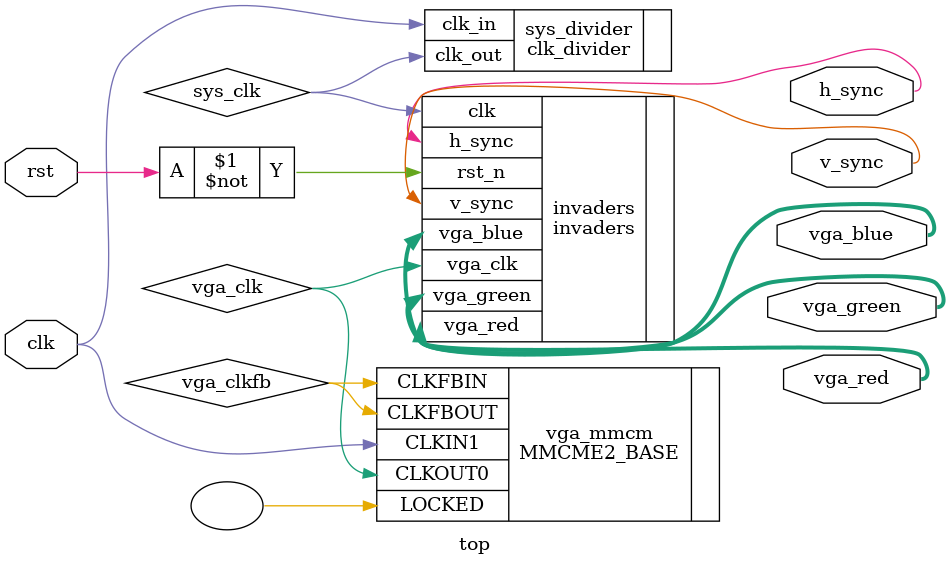
<source format=v>
`default_nettype none `timescale 1ns / 1ps

module top (
    input wire clk,
    input wire rst,

    output wire [3:0] vga_red,
    output wire [3:0] vga_green,
    output wire [3:0] vga_blue,
    output wire h_sync,
    output wire v_sync
);
  wire sys_clk;

  clk_divider #(
      .PERIOD(50)
  ) sys_divider (
      .clk_in (clk),
      .clk_out(sys_clk)
  );

  wire vga_clk;

`ifdef IVERILOG
  clk_divider #(
      .PERIOD(4)
  ) vga_divider (
      .clk_in (clk),
      .clk_out(vga_clk)
  );

`else
  wire vga_clkfb;

  MMCME2_BASE #(
      .CLKIN1_PERIOD(10.0),  // 100 MHz input
      .CLKFBOUT_MULT_F(8.0),
      .CLKOUT0_DIVIDE_F(32.0)  // 100 * 8 / 32 = 25 MHz
  ) vga_mmcm (
      .CLKIN1  (clk),
      .CLKFBIN (vga_clkfb),
      .CLKFBOUT(vga_clkfb),
      .CLKOUT0 (vga_clk),
      .LOCKED  ()
  );
`endif

  invaders invaders (
      .clk    (sys_clk),
      .vga_clk(vga_clk),
      .rst_n  (~rst),

      .vga_red  (vga_red),
      .vga_green(vga_green),
      .vga_blue (vga_blue),
      .h_sync   (h_sync),
      .v_sync   (v_sync)
  );
endmodule

</source>
